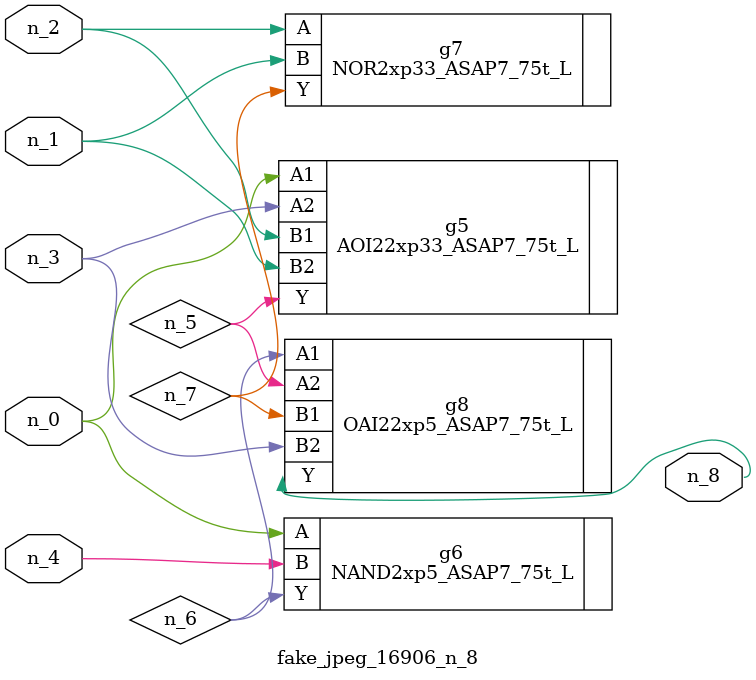
<source format=v>
module fake_jpeg_16906_n_8 (n_3, n_2, n_1, n_0, n_4, n_8);

input n_3;
input n_2;
input n_1;
input n_0;
input n_4;

output n_8;

wire n_6;
wire n_5;
wire n_7;

AOI22xp33_ASAP7_75t_L g5 ( 
.A1(n_0),
.A2(n_3),
.B1(n_2),
.B2(n_1),
.Y(n_5)
);

NAND2xp5_ASAP7_75t_L g6 ( 
.A(n_0),
.B(n_4),
.Y(n_6)
);

NOR2xp33_ASAP7_75t_L g7 ( 
.A(n_2),
.B(n_1),
.Y(n_7)
);

OAI22xp5_ASAP7_75t_L g8 ( 
.A1(n_6),
.A2(n_5),
.B1(n_7),
.B2(n_3),
.Y(n_8)
);


endmodule
</source>
